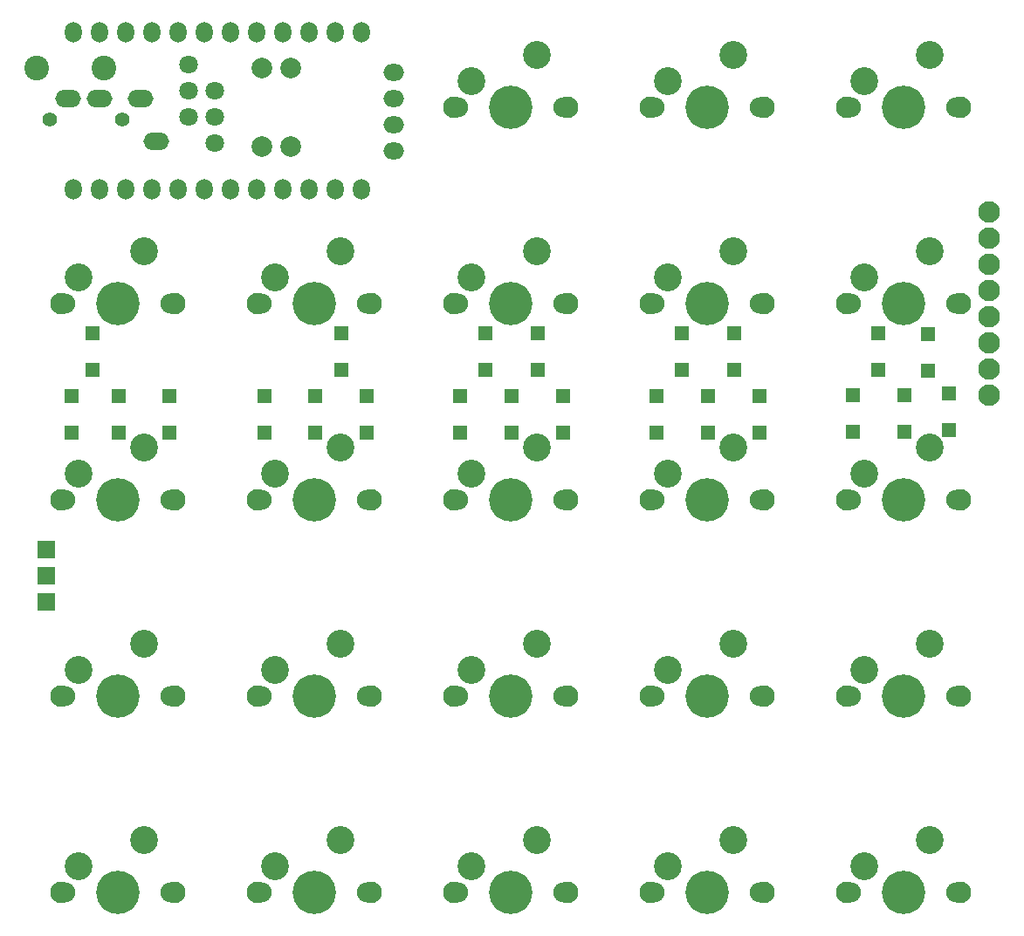
<source format=gbs>
G04 #@! TF.GenerationSoftware,KiCad,Pcbnew,(5.1.2)-2*
G04 #@! TF.CreationDate,2020-05-18T12:28:55+09:00*
G04 #@! TF.ProjectId,_5x4+3______Ver1.03,f3357834-2b33-4adf-9cdc-fcc95f566572,rev?*
G04 #@! TF.SameCoordinates,Original*
G04 #@! TF.FileFunction,Soldermask,Bot*
G04 #@! TF.FilePolarity,Negative*
%FSLAX46Y46*%
G04 Gerber Fmt 4.6, Leading zero omitted, Abs format (unit mm)*
G04 Created by KiCad (PCBNEW (5.1.2)-2) date 2020-05-18 12:28:55*
%MOMM*%
%LPD*%
G04 APERTURE LIST*
%ADD10R,1.800000X1.800000*%
%ADD11C,1.900000*%
%ADD12C,2.700000*%
%ADD13C,2.100000*%
%ADD14C,4.200000*%
%ADD15O,1.639000X2.000000*%
%ADD16O,2.000000X1.639000*%
%ADD17R,1.400000X1.400000*%
%ADD18C,1.800000*%
%ADD19C,2.400000*%
%ADD20C,1.400000*%
%ADD21O,2.500000X1.700000*%
%ADD22C,2.000000*%
G04 APERTURE END LIST*
D10*
X2540000Y35660000D03*
X2540000Y40740000D03*
X2540000Y38200000D03*
D11*
X14580000Y64650000D03*
X4420000Y64650000D03*
D12*
X5690000Y67190000D03*
X12040000Y69730000D03*
D13*
X15000000Y64650000D03*
X4000000Y64650000D03*
D14*
X9500000Y64650000D03*
D11*
X90780000Y64650000D03*
X80620000Y64650000D03*
D12*
X81890000Y67190000D03*
X88240000Y69730000D03*
D13*
X91200000Y64650000D03*
X80200000Y64650000D03*
D14*
X85700000Y64650000D03*
D11*
X52680000Y64650000D03*
X42520000Y64650000D03*
D12*
X43790000Y67190000D03*
X50140000Y69730000D03*
D13*
X53100000Y64650000D03*
X42100000Y64650000D03*
D14*
X47600000Y64650000D03*
D11*
X90780000Y83700000D03*
X80620000Y83700000D03*
D12*
X81890000Y86240000D03*
X88240000Y88780000D03*
D13*
X91200000Y83700000D03*
X80200000Y83700000D03*
D14*
X85700000Y83700000D03*
D11*
X33630000Y64650000D03*
X23470000Y64650000D03*
D12*
X24740000Y67190000D03*
X31090000Y69730000D03*
D13*
X34050000Y64650000D03*
X23050000Y64650000D03*
D14*
X28550000Y64650000D03*
D11*
X71730000Y64650000D03*
X61570000Y64650000D03*
D12*
X62840000Y67190000D03*
X69190000Y69730000D03*
D13*
X72150000Y64650000D03*
X61150000Y64650000D03*
D14*
X66650000Y64650000D03*
D11*
X90780000Y45600000D03*
X80620000Y45600000D03*
D12*
X81890000Y48140000D03*
X88240000Y50680000D03*
D13*
X91200000Y45600000D03*
X80200000Y45600000D03*
D14*
X85700000Y45600000D03*
D11*
X90780000Y26550000D03*
X80620000Y26550000D03*
D12*
X81890000Y29090000D03*
X88240000Y31630000D03*
D13*
X91200000Y26550000D03*
X80200000Y26550000D03*
D14*
X85700000Y26550000D03*
D11*
X90780000Y7500000D03*
X80620000Y7500000D03*
D12*
X81890000Y10040000D03*
X88240000Y12580000D03*
D13*
X91200000Y7500000D03*
X80200000Y7500000D03*
D14*
X85700000Y7500000D03*
D11*
X71730000Y83700000D03*
X61570000Y83700000D03*
D12*
X62840000Y86240000D03*
X69190000Y88780000D03*
D13*
X72150000Y83700000D03*
X61150000Y83700000D03*
D14*
X66650000Y83700000D03*
D11*
X71730000Y45600000D03*
X61570000Y45600000D03*
D12*
X62840000Y48140000D03*
X69190000Y50680000D03*
D13*
X72150000Y45600000D03*
X61150000Y45600000D03*
D14*
X66650000Y45600000D03*
D11*
X71730000Y26550000D03*
X61570000Y26550000D03*
D12*
X62840000Y29090000D03*
X69190000Y31630000D03*
D13*
X72150000Y26550000D03*
X61150000Y26550000D03*
D14*
X66650000Y26550000D03*
D11*
X71730000Y7500000D03*
X61570000Y7500000D03*
D12*
X62840000Y10040000D03*
X69190000Y12580000D03*
D13*
X72150000Y7500000D03*
X61150000Y7500000D03*
D14*
X66650000Y7500000D03*
D11*
X52680000Y83700000D03*
X42520000Y83700000D03*
D12*
X43790000Y86240000D03*
X50140000Y88780000D03*
D13*
X53100000Y83700000D03*
X42100000Y83700000D03*
D14*
X47600000Y83700000D03*
D11*
X52680000Y45600000D03*
X42520000Y45600000D03*
D12*
X43790000Y48140000D03*
X50140000Y50680000D03*
D13*
X53100000Y45600000D03*
X42100000Y45600000D03*
D14*
X47600000Y45600000D03*
D11*
X52680000Y26550000D03*
X42520000Y26550000D03*
D12*
X43790000Y29090000D03*
X50140000Y31630000D03*
D13*
X53100000Y26550000D03*
X42100000Y26550000D03*
D14*
X47600000Y26550000D03*
D11*
X52680000Y7500000D03*
X42520000Y7500000D03*
D12*
X43790000Y10040000D03*
X50140000Y12580000D03*
D13*
X53100000Y7500000D03*
X42100000Y7500000D03*
D14*
X47600000Y7500000D03*
D11*
X33630000Y45600000D03*
X23470000Y45600000D03*
D12*
X24740000Y48140000D03*
X31090000Y50680000D03*
D13*
X34050000Y45600000D03*
X23050000Y45600000D03*
D14*
X28550000Y45600000D03*
D11*
X33630000Y26550000D03*
X23470000Y26550000D03*
D12*
X24740000Y29090000D03*
X31090000Y31630000D03*
D13*
X34050000Y26550000D03*
X23050000Y26550000D03*
D14*
X28550000Y26550000D03*
D11*
X33630000Y7500000D03*
X23470000Y7500000D03*
D12*
X24740000Y10040000D03*
X31090000Y12580000D03*
D13*
X34050000Y7500000D03*
X23050000Y7500000D03*
D14*
X28550000Y7500000D03*
D11*
X14580000Y45600000D03*
X4420000Y45600000D03*
D12*
X5690000Y48140000D03*
X12040000Y50680000D03*
D13*
X15000000Y45600000D03*
X4000000Y45600000D03*
D14*
X9500000Y45600000D03*
D11*
X14580000Y26550000D03*
X4420000Y26550000D03*
D12*
X5690000Y29090000D03*
X12040000Y31630000D03*
D13*
X15000000Y26550000D03*
X4000000Y26550000D03*
D14*
X9500000Y26550000D03*
D11*
X14580000Y7500000D03*
X4420000Y7500000D03*
D12*
X5690000Y10040000D03*
X12040000Y12580000D03*
D13*
X15000000Y7500000D03*
X4000000Y7500000D03*
D14*
X9500000Y7500000D03*
D13*
X93980000Y73540000D03*
X93980000Y71000000D03*
X93980000Y68460000D03*
X93980000Y65920000D03*
X93980000Y63380000D03*
X93980000Y60840000D03*
X93980000Y58300000D03*
X93980000Y55760000D03*
D15*
X33087000Y75741400D03*
X30547000Y75741400D03*
X28007000Y75741400D03*
X25467000Y75741400D03*
X22927000Y75741400D03*
X20387000Y75741400D03*
X17847000Y75741400D03*
X15307000Y75741400D03*
X12767000Y75741400D03*
X10227000Y75741400D03*
X7687000Y75741400D03*
X33087000Y90961400D03*
X30547000Y90961400D03*
X28007000Y90961400D03*
X25467000Y90961400D03*
X22927000Y90961400D03*
X20387000Y90961400D03*
X17847000Y90961400D03*
X15307000Y90961400D03*
X12767000Y90961400D03*
X10227000Y90961400D03*
X7687000Y90961400D03*
X5147000Y90961400D03*
X5147000Y75741400D03*
D16*
X36250000Y79400000D03*
X36250000Y81940000D03*
X36250000Y84480000D03*
X36250000Y87020000D03*
D17*
X90047500Y52375000D03*
X90047500Y55925000D03*
X88047500Y58075000D03*
X88047500Y61625000D03*
X83247500Y58175000D03*
X83247500Y61725000D03*
X85747500Y52175000D03*
X85747500Y55725000D03*
X80747500Y52175000D03*
X80747500Y55725000D03*
X69197500Y58175000D03*
X69197500Y61725000D03*
X64197500Y58175000D03*
X64197500Y61725000D03*
X71697500Y52075000D03*
X71697500Y55625000D03*
X66697500Y52075000D03*
X66697500Y55625000D03*
X61697500Y52075000D03*
X61697500Y55625000D03*
X50147500Y58175000D03*
X50147500Y61725000D03*
X45147500Y58175000D03*
X45147500Y61725000D03*
X52647500Y52075000D03*
X52647500Y55625000D03*
X47647500Y52075000D03*
X47647500Y55625000D03*
X42647500Y52075000D03*
X42647500Y55625000D03*
X31097500Y58175000D03*
X31097500Y61725000D03*
X33597500Y52075000D03*
X33597500Y55625000D03*
X28597500Y52075000D03*
X28597500Y55625000D03*
X23697500Y52075000D03*
X23697500Y55625000D03*
X7047500Y58175000D03*
X7047500Y61725000D03*
X14447500Y52075000D03*
X14447500Y55625000D03*
X9547500Y52075000D03*
X9547500Y55625000D03*
X4947500Y52075000D03*
X4947500Y55625000D03*
D18*
X18820000Y85250000D03*
X18820000Y82710000D03*
X18820000Y80170000D03*
X16280000Y82710000D03*
X16280000Y85250000D03*
X16280000Y87790000D03*
D19*
X1600000Y87500000D03*
X8100000Y87500000D03*
D20*
X2850000Y82450000D03*
X9850000Y82450000D03*
D21*
X4650000Y84550000D03*
X7650000Y84550000D03*
X11650000Y84550000D03*
X13150000Y80350000D03*
D22*
X26250000Y87440000D03*
X26250000Y79820000D03*
X23450000Y79820000D03*
X23450000Y87440000D03*
M02*

</source>
